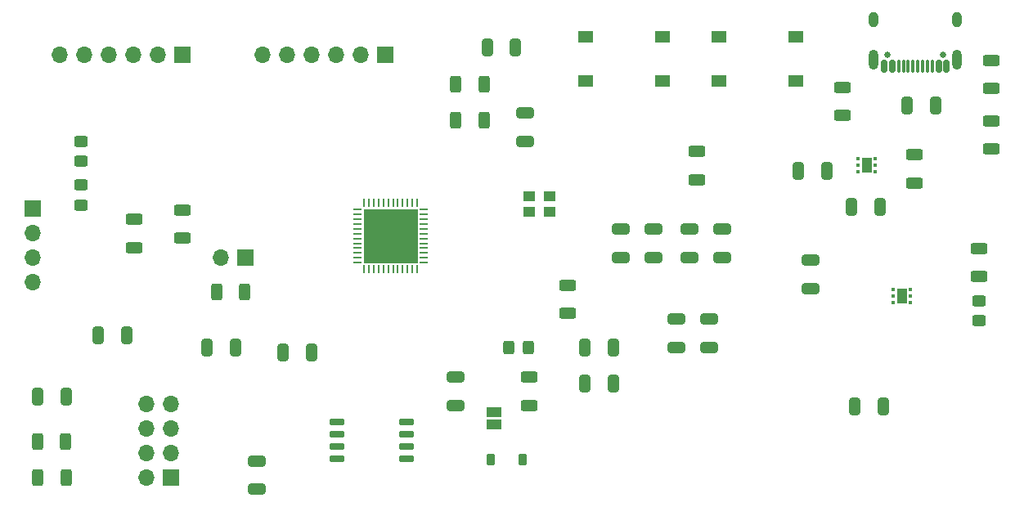
<source format=gbr>
%TF.GenerationSoftware,KiCad,Pcbnew,9.0.7-9.0.7~ubuntu24.04.1*%
%TF.CreationDate,2026-01-18T13:50:03+05:30*%
%TF.ProjectId,fpga_dev_board,66706761-5f64-4657-965f-626f6172642e,rev?*%
%TF.SameCoordinates,Original*%
%TF.FileFunction,Soldermask,Top*%
%TF.FilePolarity,Negative*%
%FSLAX46Y46*%
G04 Gerber Fmt 4.6, Leading zero omitted, Abs format (unit mm)*
G04 Created by KiCad (PCBNEW 9.0.7-9.0.7~ubuntu24.04.1) date 2026-01-18 13:50:03*
%MOMM*%
%LPD*%
G01*
G04 APERTURE LIST*
G04 Aperture macros list*
%AMRoundRect*
0 Rectangle with rounded corners*
0 $1 Rounding radius*
0 $2 $3 $4 $5 $6 $7 $8 $9 X,Y pos of 4 corners*
0 Add a 4 corners polygon primitive as box body*
4,1,4,$2,$3,$4,$5,$6,$7,$8,$9,$2,$3,0*
0 Add four circle primitives for the rounded corners*
1,1,$1+$1,$2,$3*
1,1,$1+$1,$4,$5*
1,1,$1+$1,$6,$7*
1,1,$1+$1,$8,$9*
0 Add four rect primitives between the rounded corners*
20,1,$1+$1,$2,$3,$4,$5,0*
20,1,$1+$1,$4,$5,$6,$7,0*
20,1,$1+$1,$6,$7,$8,$9,0*
20,1,$1+$1,$8,$9,$2,$3,0*%
G04 Aperture macros list end*
%ADD10RoundRect,0.250000X0.625000X-0.312500X0.625000X0.312500X-0.625000X0.312500X-0.625000X-0.312500X0*%
%ADD11RoundRect,0.250000X-0.650000X0.325000X-0.650000X-0.325000X0.650000X-0.325000X0.650000X0.325000X0*%
%ADD12RoundRect,0.250000X-0.312500X-0.625000X0.312500X-0.625000X0.312500X0.625000X-0.312500X0.625000X0*%
%ADD13RoundRect,0.250000X0.650000X-0.325000X0.650000X0.325000X-0.650000X0.325000X-0.650000X-0.325000X0*%
%ADD14RoundRect,0.250000X-0.625000X0.312500X-0.625000X-0.312500X0.625000X-0.312500X0.625000X0.312500X0*%
%ADD15RoundRect,0.250000X0.450000X-0.325000X0.450000X0.325000X-0.450000X0.325000X-0.450000X-0.325000X0*%
%ADD16RoundRect,0.250000X-0.325000X-0.650000X0.325000X-0.650000X0.325000X0.650000X-0.325000X0.650000X0*%
%ADD17RoundRect,0.250000X0.325000X0.650000X-0.325000X0.650000X-0.325000X-0.650000X0.325000X-0.650000X0*%
%ADD18RoundRect,0.250000X0.312500X0.625000X-0.312500X0.625000X-0.312500X-0.625000X0.312500X-0.625000X0*%
%ADD19RoundRect,0.250000X-0.325000X-0.450000X0.325000X-0.450000X0.325000X0.450000X-0.325000X0.450000X0*%
%ADD20RoundRect,0.093750X-0.093750X-0.106250X0.093750X-0.106250X0.093750X0.106250X-0.093750X0.106250X0*%
%ADD21R,1.000000X1.600000*%
%ADD22RoundRect,0.150000X0.650000X0.150000X-0.650000X0.150000X-0.650000X-0.150000X0.650000X-0.150000X0*%
%ADD23R,1.700000X1.700000*%
%ADD24O,1.700000X1.700000*%
%ADD25RoundRect,0.225000X-0.225000X-0.375000X0.225000X-0.375000X0.225000X0.375000X-0.225000X0.375000X0*%
%ADD26RoundRect,0.250000X-0.450000X0.325000X-0.450000X-0.325000X0.450000X-0.325000X0.450000X0.325000X0*%
%ADD27R,1.500000X1.000000*%
%ADD28R,1.550000X1.300000*%
%ADD29R,1.300000X1.100000*%
%ADD30C,0.650000*%
%ADD31RoundRect,0.150000X0.150000X0.500000X-0.150000X0.500000X-0.150000X-0.500000X0.150000X-0.500000X0*%
%ADD32RoundRect,0.075000X0.075000X0.575000X-0.075000X0.575000X-0.075000X-0.575000X0.075000X-0.575000X0*%
%ADD33O,1.000000X2.100000*%
%ADD34O,1.000000X1.600000*%
%ADD35RoundRect,0.062500X-0.375000X-0.062500X0.375000X-0.062500X0.375000X0.062500X-0.375000X0.062500X0*%
%ADD36RoundRect,0.062500X-0.062500X-0.375000X0.062500X-0.375000X0.062500X0.375000X-0.062500X0.375000X0*%
%ADD37R,5.600000X5.600000*%
G04 APERTURE END LIST*
D10*
%TO.C,R4*%
X222250000Y-96537500D03*
X222250000Y-99462500D03*
%TD*%
D11*
%TO.C,@P_C16*%
X189650000Y-123300000D03*
X189650000Y-126250000D03*
%TD*%
D12*
%TO.C,R9*%
X142037500Y-120500000D03*
X144962500Y-120500000D03*
%TD*%
D13*
%TO.C,P2_C5*%
X203500000Y-120200000D03*
X203500000Y-117250000D03*
%TD*%
D14*
%TO.C,L_R11*%
X174400000Y-129337500D03*
X174400000Y-132262500D03*
%TD*%
D13*
%TO.C,@P_C17*%
X183900000Y-116950000D03*
X183900000Y-114000000D03*
%TD*%
D15*
%TO.C,D5*%
X220975000Y-123525000D03*
X220975000Y-121475000D03*
%TD*%
D16*
%TO.C,@P_C19*%
X180200000Y-126250000D03*
X183150000Y-126250000D03*
%TD*%
%TO.C,B_C20*%
X170050000Y-95250000D03*
X173000000Y-95250000D03*
%TD*%
D14*
%TO.C,L_R12*%
X138500000Y-112037500D03*
X138500000Y-114962500D03*
%TD*%
D17*
%TO.C,P1_C1*%
X210725000Y-111750000D03*
X207775000Y-111750000D03*
%TD*%
D14*
%TO.C,R2*%
X206800000Y-99337500D03*
X206800000Y-102262500D03*
%TD*%
D18*
%TO.C,B_R10*%
X169750000Y-102750000D03*
X166825000Y-102750000D03*
%TD*%
D13*
%TO.C,@P_C14*%
X194350000Y-117000000D03*
X194350000Y-114050000D03*
%TD*%
D19*
%TO.C,D1*%
X172300000Y-126250000D03*
X174350000Y-126250000D03*
%TD*%
D13*
%TO.C,@P_C13*%
X191000000Y-117000000D03*
X191000000Y-114050000D03*
%TD*%
%TO.C,@G2_C12*%
X174000000Y-104975000D03*
X174000000Y-102025000D03*
%TD*%
D18*
%TO.C,B_R6*%
X169750000Y-99000000D03*
X166825000Y-99000000D03*
%TD*%
D20*
%TO.C,U2*%
X208475000Y-106750000D03*
X208475000Y-107400000D03*
X208475000Y-108050000D03*
X210250000Y-108050000D03*
X210250000Y-107400000D03*
X210250000Y-106750000D03*
D21*
X209362500Y-107400000D03*
%TD*%
D12*
%TO.C,R6*%
X123537500Y-139750000D03*
X126462500Y-139750000D03*
%TD*%
D22*
%TO.C,U4*%
X161700000Y-137790000D03*
X161700000Y-136520000D03*
X161700000Y-135250000D03*
X161700000Y-133980000D03*
X154500000Y-133980000D03*
X154500000Y-135250000D03*
X154500000Y-136520000D03*
X154500000Y-137790000D03*
%TD*%
D10*
%TO.C,@P_R14*%
X178350000Y-122750000D03*
X178350000Y-119825000D03*
%TD*%
D17*
%TO.C,P1_C2*%
X216500000Y-101250000D03*
X213550000Y-101250000D03*
%TD*%
D10*
%TO.C,L_R1*%
X221000000Y-118962500D03*
X221000000Y-116037500D03*
%TD*%
D11*
%TO.C,C_C10*%
X146250000Y-138025000D03*
X146250000Y-140975000D03*
%TD*%
D17*
%TO.C,B_C21*%
X143975000Y-126250000D03*
X141025000Y-126250000D03*
%TD*%
D10*
%TO.C,R5*%
X222250000Y-105750000D03*
X222250000Y-102825000D03*
%TD*%
D13*
%TO.C,@P_C18*%
X187250000Y-116950000D03*
X187250000Y-114000000D03*
%TD*%
D12*
%TO.C,R3*%
X123500000Y-136000000D03*
X126425000Y-136000000D03*
%TD*%
D11*
%TO.C,@P_C15*%
X193000000Y-123300000D03*
X193000000Y-126250000D03*
%TD*%
D14*
%TO.C,P1_R7*%
X214250000Y-106325000D03*
X214250000Y-109250000D03*
%TD*%
D16*
%TO.C,C7*%
X123525000Y-131400000D03*
X126475000Y-131400000D03*
%TD*%
D23*
%TO.C,J4*%
X159500000Y-96000000D03*
D24*
X156960000Y-96000000D03*
X154420000Y-96000000D03*
X151880000Y-96000000D03*
X149340000Y-96000000D03*
X146800000Y-96000000D03*
%TD*%
D25*
%TO.C,D4*%
X170400000Y-137850000D03*
X173700000Y-137850000D03*
%TD*%
D26*
%TO.C,D2*%
X128000000Y-104975000D03*
X128000000Y-107025000D03*
%TD*%
D17*
%TO.C,P2_C4*%
X211075000Y-132400000D03*
X208125000Y-132400000D03*
%TD*%
D27*
%TO.C,JP4*%
X170800000Y-134250000D03*
X170800000Y-132950000D03*
%TD*%
D16*
%TO.C,C11*%
X129775000Y-125000000D03*
X132725000Y-125000000D03*
%TD*%
%TO.C,@P_C9*%
X180200000Y-130000000D03*
X183150000Y-130000000D03*
%TD*%
D23*
%TO.C,J6*%
X145040000Y-117000000D03*
D24*
X142500000Y-117000000D03*
%TD*%
D28*
%TO.C,SW2*%
X194025000Y-94150000D03*
X201975000Y-94150000D03*
X194025000Y-98650000D03*
X201975000Y-98650000D03*
%TD*%
D29*
%TO.C,X1*%
X176500000Y-110600000D03*
X174400000Y-110600000D03*
X174400000Y-112250000D03*
X176500000Y-112250000D03*
%TD*%
D23*
%TO.C,J3*%
X137290000Y-139750000D03*
D24*
X134750000Y-139750000D03*
X137290000Y-137210000D03*
X134750000Y-137210000D03*
X137290000Y-134670000D03*
X134750000Y-134670000D03*
X137290000Y-132130000D03*
X134750000Y-132130000D03*
%TD*%
D23*
%TO.C,J5*%
X123000000Y-111880000D03*
D24*
X123000000Y-114420000D03*
X123000000Y-116960000D03*
X123000000Y-119500000D03*
%TD*%
D11*
%TO.C,C8*%
X166800000Y-129350000D03*
X166800000Y-132300000D03*
%TD*%
D20*
%TO.C,U3*%
X212100000Y-120300000D03*
X212100000Y-120950000D03*
X212100000Y-121600000D03*
X213875000Y-121600000D03*
X213875000Y-120950000D03*
X213875000Y-120300000D03*
D21*
X212987500Y-120950000D03*
%TD*%
D28*
%TO.C,SW1*%
X180225000Y-94150000D03*
X188175000Y-94150000D03*
X180225000Y-98650000D03*
X188175000Y-98650000D03*
%TD*%
D15*
%TO.C,D3*%
X128000000Y-111525000D03*
X128000000Y-109475000D03*
%TD*%
D30*
%TO.C,J1*%
X217280000Y-96000000D03*
X211500000Y-96000000D03*
D31*
X217590000Y-97140000D03*
X216790000Y-97140000D03*
D32*
X215640000Y-97140000D03*
X214640000Y-97140000D03*
X214140000Y-97140000D03*
X213140000Y-97140000D03*
D31*
X211990000Y-97140000D03*
X211190000Y-97140000D03*
X211190000Y-97140000D03*
X211990000Y-97140000D03*
D32*
X212640000Y-97140000D03*
X213640000Y-97140000D03*
X215140000Y-97140000D03*
X216140000Y-97140000D03*
D31*
X216790000Y-97140000D03*
X217590000Y-97140000D03*
D33*
X218710000Y-96500000D03*
D34*
X218710000Y-92320000D03*
D33*
X210070000Y-96500000D03*
D34*
X210070000Y-92320000D03*
%TD*%
D10*
%TO.C,C_R8*%
X191750000Y-108925000D03*
X191750000Y-106000000D03*
%TD*%
D35*
%TO.C,U1*%
X156625000Y-112000000D03*
X156625000Y-112500000D03*
X156625000Y-113000000D03*
X156625000Y-113500000D03*
X156625000Y-114000000D03*
X156625000Y-114500000D03*
X156625000Y-115000000D03*
X156625000Y-115500000D03*
X156625000Y-116000000D03*
X156625000Y-116500000D03*
X156625000Y-117000000D03*
X156625000Y-117500000D03*
D36*
X157312500Y-118187500D03*
X157812500Y-118187500D03*
X158312500Y-118187500D03*
X158812500Y-118187500D03*
X159312500Y-118187500D03*
X159812500Y-118187500D03*
X160312500Y-118187500D03*
X160812500Y-118187500D03*
X161312500Y-118187500D03*
X161812500Y-118187500D03*
X162312500Y-118187500D03*
X162812500Y-118187500D03*
D35*
X163500000Y-117500000D03*
X163500000Y-117000000D03*
X163500000Y-116500000D03*
X163500000Y-116000000D03*
X163500000Y-115500000D03*
X163500000Y-115000000D03*
X163500000Y-114500000D03*
X163500000Y-114000000D03*
X163500000Y-113500000D03*
X163500000Y-113000000D03*
X163500000Y-112500000D03*
X163500000Y-112000000D03*
D36*
X162812500Y-111312500D03*
X162312500Y-111312500D03*
X161812500Y-111312500D03*
X161312500Y-111312500D03*
X160812500Y-111312500D03*
X160312500Y-111312500D03*
X159812500Y-111312500D03*
X159312500Y-111312500D03*
X158812500Y-111312500D03*
X158312500Y-111312500D03*
X157812500Y-111312500D03*
X157312500Y-111312500D03*
D37*
X160062500Y-114750000D03*
%TD*%
D23*
%TO.C,J2*%
X138540000Y-96000000D03*
D24*
X136000000Y-96000000D03*
X133460000Y-96000000D03*
X130920000Y-96000000D03*
X128380000Y-96000000D03*
X125840000Y-96000000D03*
%TD*%
D14*
%TO.C,L_R13*%
X133500000Y-113037500D03*
X133500000Y-115962500D03*
%TD*%
D17*
%TO.C,@G1_C6*%
X151875000Y-126800000D03*
X148925000Y-126800000D03*
%TD*%
%TO.C,P1_C3*%
X205225000Y-108000000D03*
X202275000Y-108000000D03*
%TD*%
M02*

</source>
